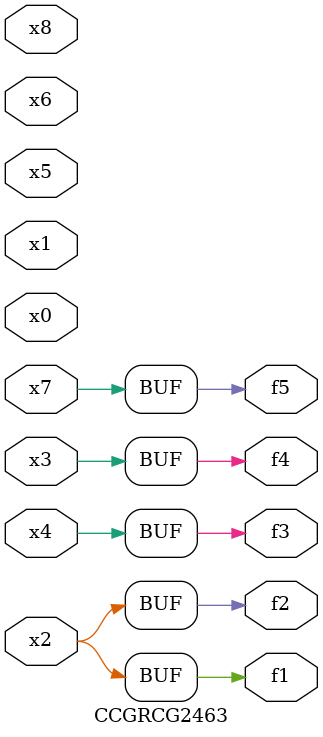
<source format=v>
module CCGRCG2463(
	input x0, x1, x2, x3, x4, x5, x6, x7, x8,
	output f1, f2, f3, f4, f5
);
	assign f1 = x2;
	assign f2 = x2;
	assign f3 = x4;
	assign f4 = x3;
	assign f5 = x7;
endmodule

</source>
